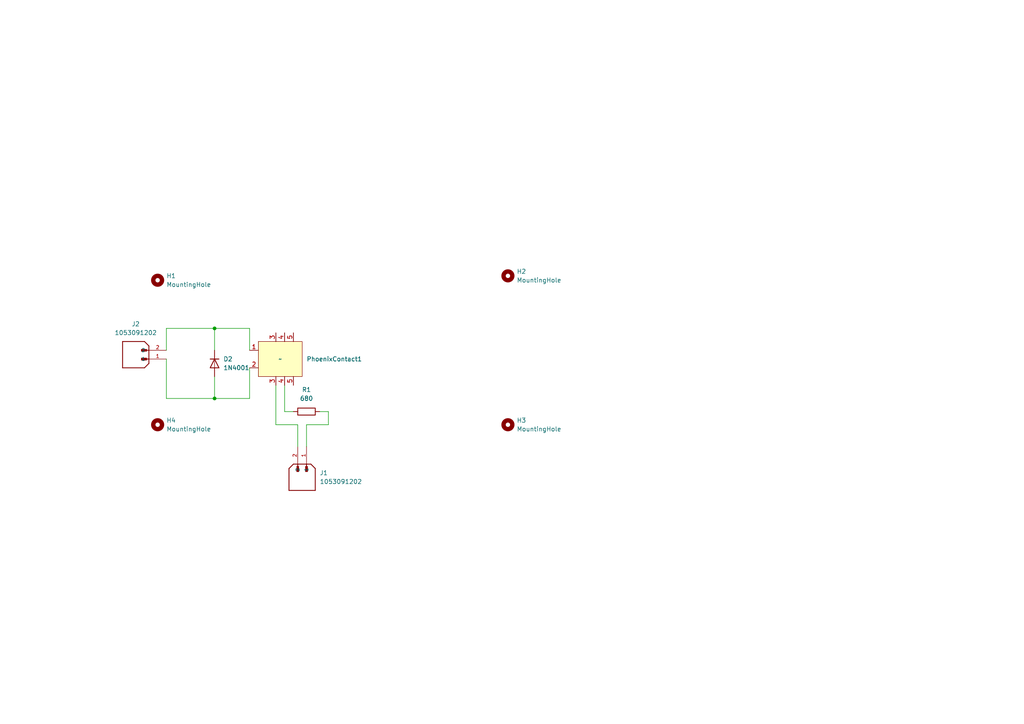
<source format=kicad_sch>
(kicad_sch (version 20230121) (generator eeschema)
  (paper "A4")
  (lib_symbols
    (symbol "Device:R" (pin_numbers hide) (pin_names (offset 0))
      (property "Reference" "R" (at 2.032 0 90))
      (property "Value" "R" (at 0 0 90))
      (symbol "R_0_1"
        (rectangle (start -1.016 -2.54) (end 1.016 2.54) (stroke (width 0.254)))
      )
      (symbol "R_1_1"
        (pin passive line (at 0 3.81 270) (length 1.27) (name "~") (number "1"))
        (pin passive line (at 0 -3.81 90) (length 1.27) (name "~") (number "2"))
      )
    )
    (symbol "Diode:1N4001" (pin_numbers hide) (pin_names hide)
      (property "Reference" "D" (at 0 2.54 0))
      (property "Value" "1N4001" (at 0 -2.54 0))
      (symbol "1N4001_0_1"
        (polyline (pts (xy -1.27 1.27) (xy -1.27 -1.27)) (stroke (width 0.254)))
        (polyline (pts (xy 1.27 0) (xy -1.27 0)))
        (polyline (pts (xy 1.27 1.27) (xy 1.27 -1.27) (xy -1.27 0) (xy 1.27 1.27)) (stroke (width 0.254)))
      )
      (symbol "1N4001_1_1"
        (pin passive line (at -3.81 0 0) (length 2.54) (name "K") (number "1"))
        (pin passive line (at 3.81 0 180) (length 2.54) (name "A") (number "2"))
      )
    )
    (symbol "Discharge:2961309"
      (property "Reference" "PhoenixContact2961309" (at 0 0 0))
      (symbol "2961309_1_1"
        (rectangle (start -6.35 5.08) (end 6.35 -5.08) (fill (type background)))
        (pin passive line (at -8.89 2.54 0) (length 2.54) (name "") (number "1"))
        (pin passive line (at -8.89 -2.54 0) (length 2.54) (name "") (number "2"))
        (pin passive line (at -1.27 -7.62 90) (length 2.54) (name "") (number "3"))
        (pin passive line (at -1.27 7.62 270) (length 2.54) (name "") (number "3"))
        (pin passive line (at 1.27 -7.62 90) (length 2.54) (name "") (number "4"))
        (pin passive line (at 1.27 7.62 270) (length 2.54) (name "") (number "4"))
        (pin passive line (at 3.81 -7.62 90) (length 2.54) (name "") (number "5"))
        (pin passive line (at 3.81 7.62 270) (length 2.54) (name "") (number "5"))
      )
    )
    (symbol "Mechanical:MountingHole" (pin_names (offset 1.016))
      (property "Reference" "H" (at 0 5.08 0))
      (property "Value" "MountingHole" (at 0 3.175 0))
      (symbol "MountingHole_0_1"
        (circle (center 0 0) (radius 1.27) (stroke (width 1.27)))
      )
    )
    (symbol "molex_1053091202:1053091202" (pin_names (offset 1.016))
      (property "Reference" "J" (at 0 3.81 0))
      (property "Value" "1053091202" (at 0 -7.62 0))
      (symbol "1053091202_0_0"
        (polyline (pts (xy 0 -3.81) (xy 1.27 -5.08)) (stroke (width 0.254)))
        (polyline (pts (xy 0 -2.54) (xy 1.905 -2.54)) (stroke (width 0.254)))
        (polyline (pts (xy 0 0) (xy 0 -3.81)) (stroke (width 0.254)))
        (polyline (pts (xy 0 0) (xy 1.905 0)) (stroke (width 0.254)))
        (polyline (pts (xy 0 1.27) (xy 0 0)) (stroke (width 0.254)))
        (polyline (pts (xy 0 1.27) (xy 1.27 2.54)) (stroke (width 0.254)))
        (polyline (pts (xy 1.27 -5.08) (xy 7.62 -5.08)) (stroke (width 0.254)))
        (polyline (pts (xy 7.62 -5.08) (xy 7.62 2.54)) (stroke (width 0.254)))
        (polyline (pts (xy 7.62 2.54) (xy 1.27 2.54)) (stroke (width 0.254)))
        (rectangle (start 0.635 -2.8575) (end 2.2225 -2.2225) (stroke (width 0.1)) (fill (type outline)))
        (rectangle (start 0.635 -0.3175) (end 2.2225 0.3175) (stroke (width 0.1)) (fill (type outline)))
        (pin passive line (at -5.08 0 0) (length 5.08) (name "1") (number "1"))
        (pin passive line (at -5.08 -2.54 0) (length 5.08) (name "2") (number "2"))
      )
    )
  )
  (junction (at 62.23 115.57))
  (junction (at 62.23 95.25))
  (wire (pts (xy 80.01 111.76) (xy 80.01 123.19)))
  (wire (pts (xy 80.01 123.19) (xy 86.36 123.19)))
  (wire (pts (xy 95.25 123.19) (xy 88.9 123.19)))
  (wire (pts (xy 62.23 95.25) (xy 72.39 95.25)))
  (wire (pts (xy 62.23 115.57) (xy 62.23 109.22)))
  (wire (pts (xy 72.39 95.25) (xy 72.39 101.6)))
  (wire (pts (xy 95.25 119.38) (xy 92.71 119.38)))
  (wire (pts (xy 95.25 123.19) (xy 95.25 119.38)))
  (wire (pts (xy 85.09 119.38) (xy 82.55 119.38)))
  (wire (pts (xy 88.9 123.19) (xy 88.9 129.54)))
  (wire (pts (xy 86.36 123.19) (xy 86.36 129.54)))
  (wire (pts (xy 48.26 115.57) (xy 48.26 104.14)))
  (wire (pts (xy 62.23 95.25) (xy 62.23 101.6)))
  (wire (pts (xy 48.26 95.25) (xy 62.23 95.25)))
  (wire (pts (xy 48.26 115.57) (xy 62.23 115.57)))
  (wire (pts (xy 72.39 115.57) (xy 62.23 115.57)))
  (wire (pts (xy 48.26 95.25) (xy 48.26 101.6)))
  (wire (pts (xy 82.55 119.38) (xy 82.55 111.76)))
  (wire (pts (xy 72.39 106.68) (xy 72.39 115.57)))
  (symbol (lib_id "Device:R") (at 88.9 119.38 90) (unit 1)
    (property "Reference" "R1" (at 88.9 113.03 90))
    (property "Value" "680" (at 88.9 115.57 90))
    (property "Footprint" "discharge:resistor" (effects hide))
  )
  (symbol (lib_id "Mechanical:MountingHole") (at 147.32 123.19 0) (unit 1)
    (property "Reference" "H3" (at 149.86 121.92 0) (effects (justify left)))
    (property "Value" "MountingHole" (at 149.86 124.46 0) (effects (justify left)))
    (property "Footprint" "discharge:hole" (effects hide))
  )
  (symbol (lib_id "molex_1053091202:1053091202") (at 43.18 104.14 180) (unit 1)
    (property "Reference" "J2" (at 39.37 93.98 0))
    (property "Value" "1053091202" (at 39.37 96.52 0))
    (property "Footprint" "discharge:MOLEX_1053091202" (effects hide))
    (property "PARTREV" "H" (effects hide))
    (property "STANDARD" "Manufacturer Recommendations" (effects hide))
    (property "MAXIMUM_PACKAGE_HEIGHT" "10.51 mm" (effects hide))
    (property "MANUFACTURER" "Molex" (effects hide))
  )
  (symbol (lib_id "Mechanical:MountingHole") (at 45.72 123.19 0) (unit 1)
    (property "Reference" "H4" (at 48.26 121.92 0) (effects (justify left)))
    (property "Value" "MountingHole" (at 48.26 124.46 0) (effects (justify left)))
    (property "Footprint" "discharge:hole" (effects hide))
  )
  (symbol (lib_id "Discharge:2961309") (at 81.28 104.14 0) (unit 1)
    (property "Reference" "PhoenixContact1" (at 88.9 104.14 0) (effects (justify left)))
    (property "Value" "~" (at 81.28 104.14 0))
    (property "Footprint" "discharge:relay" (effects hide))
  )
  (symbol (lib_id "Diode:1N4001") (at 62.23 105.41 270) (unit 1)
    (property "Reference" "D2" (at 64.77 104.14 90) (effects (justify left)))
    (property "Value" "1N4001" (at 64.77 106.68 90) (effects (justify left)))
    (property "Footprint" "Diode_THT:D_DO-41_SOD81_P10.16mm_Horizontal" (effects hide))
    (property "Datasheet" "http://www.vishay.com/docs/88503/1n4001.pdf" (effects hide))
    (property "Sim.Device" "D" (effects hide))
    (property "Sim.Pins" "1=K 2=A" (effects hide))
  )
  (symbol (lib_id "molex_1053091202:1053091202") (at 88.9 134.62 270) (unit 1)
    (property "Reference" "J1" (at 92.71 137.16 90) (effects (justify left)))
    (property "Value" "1053091202" (at 92.71 139.7 90) (effects (justify left)))
    (property "Footprint" "discharge:MOLEX_1053091202" (effects hide))
    (property "PARTREV" "H" (effects hide))
    (property "STANDARD" "Manufacturer Recommendations" (effects hide))
    (property "MAXIMUM_PACKAGE_HEIGHT" "10.51 mm" (effects hide))
    (property "MANUFACTURER" "Molex" (effects hide))
  )
  (symbol (lib_id "Mechanical:MountingHole") (at 45.72 81.28 0) (unit 1)
    (property "Reference" "H1" (at 48.26 80.01 0) (effects (justify left)))
    (property "Value" "MountingHole" (at 48.26 82.55 0) (effects (justify left)))
    (property "Footprint" "discharge:hole" (effects hide))
  )
  (symbol (lib_id "Mechanical:MountingHole") (at 147.32 80.01 0) (unit 1)
    (property "Reference" "H2" (at 149.86 78.74 0) (effects (justify left)))
    (property "Value" "MountingHole" (at 149.86 81.28 0) (effects (justify left)))
    (property "Footprint" "discharge:hole" (effects hide))
  )
)
</source>
